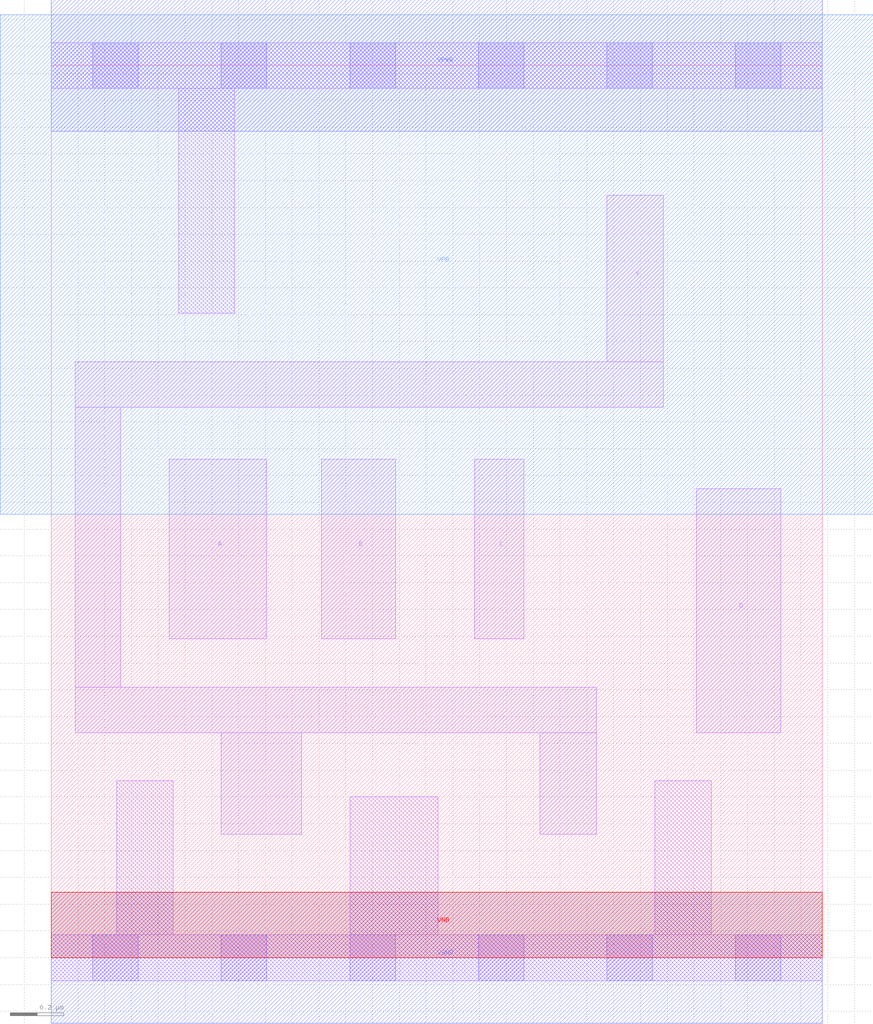
<source format=lef>
# Copyright 2020 The SkyWater PDK Authors
#
# Licensed under the Apache License, Version 2.0 (the "License");
# you may not use this file except in compliance with the License.
# You may obtain a copy of the License at
#
#     https://www.apache.org/licenses/LICENSE-2.0
#
# Unless required by applicable law or agreed to in writing, software
# distributed under the License is distributed on an "AS IS" BASIS,
# WITHOUT WARRANTIES OR CONDITIONS OF ANY KIND, either express or implied.
# See the License for the specific language governing permissions and
# limitations under the License.
#
# SPDX-License-Identifier: Apache-2.0

VERSION 5.7 ;
  NOWIREEXTENSIONATPIN ON ;
  DIVIDERCHAR "/" ;
  BUSBITCHARS "[]" ;
MACRO sky130_fd_sc_lp__nor4_m
  CLASS CORE ;
  FOREIGN sky130_fd_sc_lp__nor4_m ;
  ORIGIN  0.000000  0.000000 ;
  SIZE  2.880000 BY  3.330000 ;
  SYMMETRY X Y R90 ;
  SITE unit ;
  PIN A
    ANTENNAGATEAREA  0.126000 ;
    DIRECTION INPUT ;
    USE SIGNAL ;
    PORT
      LAYER li1 ;
        RECT 0.440000 1.190000 0.805000 1.860000 ;
    END
  END A
  PIN B
    ANTENNAGATEAREA  0.126000 ;
    DIRECTION INPUT ;
    USE SIGNAL ;
    PORT
      LAYER li1 ;
        RECT 1.010000 1.190000 1.285000 1.860000 ;
    END
  END B
  PIN C
    ANTENNAGATEAREA  0.126000 ;
    DIRECTION INPUT ;
    USE SIGNAL ;
    PORT
      LAYER li1 ;
        RECT 1.580000 1.190000 1.765000 1.860000 ;
    END
  END C
  PIN D
    ANTENNAGATEAREA  0.126000 ;
    DIRECTION INPUT ;
    USE SIGNAL ;
    PORT
      LAYER li1 ;
        RECT 2.410000 0.840000 2.725000 1.750000 ;
    END
  END D
  PIN Y
    ANTENNADIFFAREA  0.346500 ;
    DIRECTION OUTPUT ;
    USE SIGNAL ;
    PORT
      LAYER li1 ;
        RECT 0.090000 0.840000 2.035000 1.010000 ;
        RECT 0.090000 1.010000 0.260000 2.055000 ;
        RECT 0.090000 2.055000 2.285000 2.225000 ;
        RECT 0.635000 0.460000 0.935000 0.840000 ;
        RECT 1.825000 0.460000 2.035000 0.840000 ;
        RECT 2.075000 2.225000 2.285000 2.845000 ;
    END
  END Y
  PIN VGND
    DIRECTION INOUT ;
    USE GROUND ;
    PORT
      LAYER met1 ;
        RECT 0.000000 -0.245000 2.880000 0.245000 ;
    END
  END VGND
  PIN VNB
    DIRECTION INOUT ;
    USE GROUND ;
    PORT
      LAYER pwell ;
        RECT 0.000000 0.000000 2.880000 0.245000 ;
    END
  END VNB
  PIN VPB
    DIRECTION INOUT ;
    USE POWER ;
    PORT
      LAYER nwell ;
        RECT -0.190000 1.655000 3.070000 3.520000 ;
    END
  END VPB
  PIN VPWR
    DIRECTION INOUT ;
    USE POWER ;
    PORT
      LAYER met1 ;
        RECT 0.000000 3.085000 2.880000 3.575000 ;
    END
  END VPWR
  OBS
    LAYER li1 ;
      RECT 0.000000 -0.085000 2.880000 0.085000 ;
      RECT 0.000000  3.245000 2.880000 3.415000 ;
      RECT 0.245000  0.085000 0.455000 0.660000 ;
      RECT 0.475000  2.405000 0.685000 3.245000 ;
      RECT 1.115000  0.085000 1.445000 0.600000 ;
      RECT 2.255000  0.085000 2.465000 0.660000 ;
    LAYER mcon ;
      RECT 0.155000 -0.085000 0.325000 0.085000 ;
      RECT 0.155000  3.245000 0.325000 3.415000 ;
      RECT 0.635000 -0.085000 0.805000 0.085000 ;
      RECT 0.635000  3.245000 0.805000 3.415000 ;
      RECT 1.115000 -0.085000 1.285000 0.085000 ;
      RECT 1.115000  3.245000 1.285000 3.415000 ;
      RECT 1.595000 -0.085000 1.765000 0.085000 ;
      RECT 1.595000  3.245000 1.765000 3.415000 ;
      RECT 2.075000 -0.085000 2.245000 0.085000 ;
      RECT 2.075000  3.245000 2.245000 3.415000 ;
      RECT 2.555000 -0.085000 2.725000 0.085000 ;
      RECT 2.555000  3.245000 2.725000 3.415000 ;
  END
END sky130_fd_sc_lp__nor4_m
END LIBRARY

</source>
